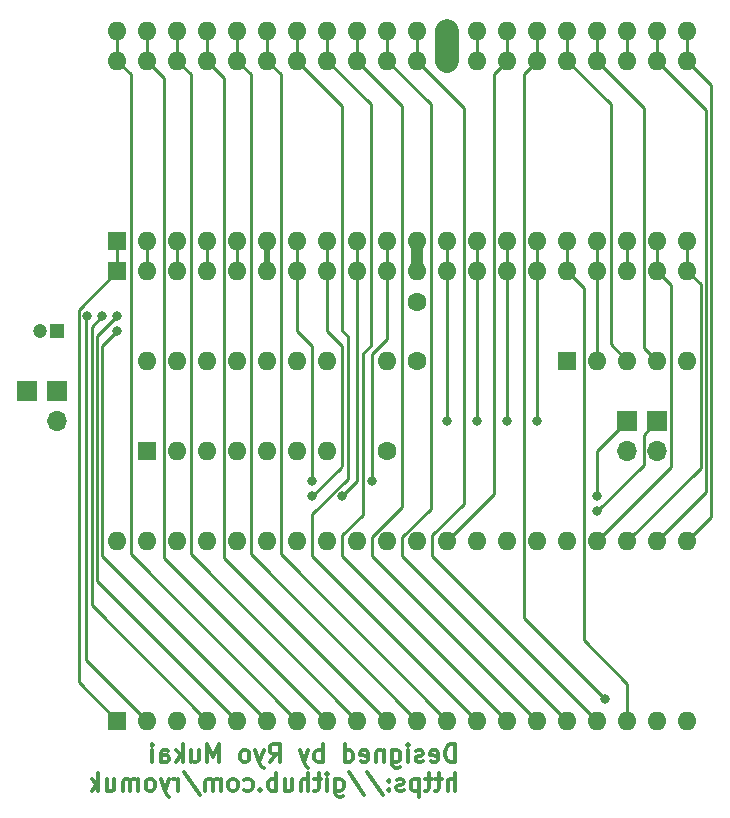
<source format=gbr>
%TF.GenerationSoftware,KiCad,Pcbnew,7.0.2*%
%TF.CreationDate,2023-06-26T15:47:55+09:00*%
%TF.ProjectId,TangNanoZ80MEM,54616e67-4e61-46e6-9f5a-38304d454d2e,rev?*%
%TF.SameCoordinates,Original*%
%TF.FileFunction,Copper,L2,Bot*%
%TF.FilePolarity,Positive*%
%FSLAX46Y46*%
G04 Gerber Fmt 4.6, Leading zero omitted, Abs format (unit mm)*
G04 Created by KiCad (PCBNEW 7.0.2) date 2023-06-26 15:47:55*
%MOMM*%
%LPD*%
G01*
G04 APERTURE LIST*
%ADD10C,0.300000*%
%TA.AperFunction,NonConductor*%
%ADD11C,0.300000*%
%TD*%
%TA.AperFunction,ComponentPad*%
%ADD12R,1.600000X1.600000*%
%TD*%
%TA.AperFunction,ComponentPad*%
%ADD13O,1.600000X1.600000*%
%TD*%
%TA.AperFunction,ComponentPad*%
%ADD14R,1.700000X1.700000*%
%TD*%
%TA.AperFunction,ComponentPad*%
%ADD15O,1.700000X1.700000*%
%TD*%
%TA.AperFunction,ComponentPad*%
%ADD16R,1.200000X1.200000*%
%TD*%
%TA.AperFunction,ComponentPad*%
%ADD17C,1.200000*%
%TD*%
%TA.AperFunction,ComponentPad*%
%ADD18C,1.600000*%
%TD*%
%TA.AperFunction,ViaPad*%
%ADD19C,0.800000*%
%TD*%
%TA.AperFunction,Conductor*%
%ADD20C,0.250000*%
%TD*%
%TA.AperFunction,Conductor*%
%ADD21C,2.000000*%
%TD*%
%TA.AperFunction,Conductor*%
%ADD22C,0.500000*%
%TD*%
%TA.AperFunction,Conductor*%
%ADD23C,1.000000*%
%TD*%
G04 APERTURE END LIST*
D10*
D11*
X41298857Y-69522428D02*
X41298857Y-68022428D01*
X41298857Y-68022428D02*
X40941714Y-68022428D01*
X40941714Y-68022428D02*
X40727428Y-68093857D01*
X40727428Y-68093857D02*
X40584571Y-68236714D01*
X40584571Y-68236714D02*
X40513142Y-68379571D01*
X40513142Y-68379571D02*
X40441714Y-68665285D01*
X40441714Y-68665285D02*
X40441714Y-68879571D01*
X40441714Y-68879571D02*
X40513142Y-69165285D01*
X40513142Y-69165285D02*
X40584571Y-69308142D01*
X40584571Y-69308142D02*
X40727428Y-69451000D01*
X40727428Y-69451000D02*
X40941714Y-69522428D01*
X40941714Y-69522428D02*
X41298857Y-69522428D01*
X39227428Y-69451000D02*
X39370285Y-69522428D01*
X39370285Y-69522428D02*
X39656000Y-69522428D01*
X39656000Y-69522428D02*
X39798857Y-69451000D01*
X39798857Y-69451000D02*
X39870285Y-69308142D01*
X39870285Y-69308142D02*
X39870285Y-68736714D01*
X39870285Y-68736714D02*
X39798857Y-68593857D01*
X39798857Y-68593857D02*
X39656000Y-68522428D01*
X39656000Y-68522428D02*
X39370285Y-68522428D01*
X39370285Y-68522428D02*
X39227428Y-68593857D01*
X39227428Y-68593857D02*
X39156000Y-68736714D01*
X39156000Y-68736714D02*
X39156000Y-68879571D01*
X39156000Y-68879571D02*
X39870285Y-69022428D01*
X38584571Y-69451000D02*
X38441714Y-69522428D01*
X38441714Y-69522428D02*
X38156000Y-69522428D01*
X38156000Y-69522428D02*
X38013143Y-69451000D01*
X38013143Y-69451000D02*
X37941714Y-69308142D01*
X37941714Y-69308142D02*
X37941714Y-69236714D01*
X37941714Y-69236714D02*
X38013143Y-69093857D01*
X38013143Y-69093857D02*
X38156000Y-69022428D01*
X38156000Y-69022428D02*
X38370286Y-69022428D01*
X38370286Y-69022428D02*
X38513143Y-68951000D01*
X38513143Y-68951000D02*
X38584571Y-68808142D01*
X38584571Y-68808142D02*
X38584571Y-68736714D01*
X38584571Y-68736714D02*
X38513143Y-68593857D01*
X38513143Y-68593857D02*
X38370286Y-68522428D01*
X38370286Y-68522428D02*
X38156000Y-68522428D01*
X38156000Y-68522428D02*
X38013143Y-68593857D01*
X37298857Y-69522428D02*
X37298857Y-68522428D01*
X37298857Y-68022428D02*
X37370285Y-68093857D01*
X37370285Y-68093857D02*
X37298857Y-68165285D01*
X37298857Y-68165285D02*
X37227428Y-68093857D01*
X37227428Y-68093857D02*
X37298857Y-68022428D01*
X37298857Y-68022428D02*
X37298857Y-68165285D01*
X35941714Y-68522428D02*
X35941714Y-69736714D01*
X35941714Y-69736714D02*
X36013142Y-69879571D01*
X36013142Y-69879571D02*
X36084571Y-69951000D01*
X36084571Y-69951000D02*
X36227428Y-70022428D01*
X36227428Y-70022428D02*
X36441714Y-70022428D01*
X36441714Y-70022428D02*
X36584571Y-69951000D01*
X35941714Y-69451000D02*
X36084571Y-69522428D01*
X36084571Y-69522428D02*
X36370285Y-69522428D01*
X36370285Y-69522428D02*
X36513142Y-69451000D01*
X36513142Y-69451000D02*
X36584571Y-69379571D01*
X36584571Y-69379571D02*
X36655999Y-69236714D01*
X36655999Y-69236714D02*
X36655999Y-68808142D01*
X36655999Y-68808142D02*
X36584571Y-68665285D01*
X36584571Y-68665285D02*
X36513142Y-68593857D01*
X36513142Y-68593857D02*
X36370285Y-68522428D01*
X36370285Y-68522428D02*
X36084571Y-68522428D01*
X36084571Y-68522428D02*
X35941714Y-68593857D01*
X35227428Y-68522428D02*
X35227428Y-69522428D01*
X35227428Y-68665285D02*
X35155999Y-68593857D01*
X35155999Y-68593857D02*
X35013142Y-68522428D01*
X35013142Y-68522428D02*
X34798856Y-68522428D01*
X34798856Y-68522428D02*
X34655999Y-68593857D01*
X34655999Y-68593857D02*
X34584571Y-68736714D01*
X34584571Y-68736714D02*
X34584571Y-69522428D01*
X33298856Y-69451000D02*
X33441713Y-69522428D01*
X33441713Y-69522428D02*
X33727428Y-69522428D01*
X33727428Y-69522428D02*
X33870285Y-69451000D01*
X33870285Y-69451000D02*
X33941713Y-69308142D01*
X33941713Y-69308142D02*
X33941713Y-68736714D01*
X33941713Y-68736714D02*
X33870285Y-68593857D01*
X33870285Y-68593857D02*
X33727428Y-68522428D01*
X33727428Y-68522428D02*
X33441713Y-68522428D01*
X33441713Y-68522428D02*
X33298856Y-68593857D01*
X33298856Y-68593857D02*
X33227428Y-68736714D01*
X33227428Y-68736714D02*
X33227428Y-68879571D01*
X33227428Y-68879571D02*
X33941713Y-69022428D01*
X31941714Y-69522428D02*
X31941714Y-68022428D01*
X31941714Y-69451000D02*
X32084571Y-69522428D01*
X32084571Y-69522428D02*
X32370285Y-69522428D01*
X32370285Y-69522428D02*
X32513142Y-69451000D01*
X32513142Y-69451000D02*
X32584571Y-69379571D01*
X32584571Y-69379571D02*
X32655999Y-69236714D01*
X32655999Y-69236714D02*
X32655999Y-68808142D01*
X32655999Y-68808142D02*
X32584571Y-68665285D01*
X32584571Y-68665285D02*
X32513142Y-68593857D01*
X32513142Y-68593857D02*
X32370285Y-68522428D01*
X32370285Y-68522428D02*
X32084571Y-68522428D01*
X32084571Y-68522428D02*
X31941714Y-68593857D01*
X30084571Y-69522428D02*
X30084571Y-68022428D01*
X30084571Y-68593857D02*
X29941714Y-68522428D01*
X29941714Y-68522428D02*
X29655999Y-68522428D01*
X29655999Y-68522428D02*
X29513142Y-68593857D01*
X29513142Y-68593857D02*
X29441714Y-68665285D01*
X29441714Y-68665285D02*
X29370285Y-68808142D01*
X29370285Y-68808142D02*
X29370285Y-69236714D01*
X29370285Y-69236714D02*
X29441714Y-69379571D01*
X29441714Y-69379571D02*
X29513142Y-69451000D01*
X29513142Y-69451000D02*
X29655999Y-69522428D01*
X29655999Y-69522428D02*
X29941714Y-69522428D01*
X29941714Y-69522428D02*
X30084571Y-69451000D01*
X28870285Y-68522428D02*
X28513142Y-69522428D01*
X28155999Y-68522428D02*
X28513142Y-69522428D01*
X28513142Y-69522428D02*
X28655999Y-69879571D01*
X28655999Y-69879571D02*
X28727428Y-69951000D01*
X28727428Y-69951000D02*
X28870285Y-70022428D01*
X25584571Y-69522428D02*
X26084571Y-68808142D01*
X26441714Y-69522428D02*
X26441714Y-68022428D01*
X26441714Y-68022428D02*
X25870285Y-68022428D01*
X25870285Y-68022428D02*
X25727428Y-68093857D01*
X25727428Y-68093857D02*
X25655999Y-68165285D01*
X25655999Y-68165285D02*
X25584571Y-68308142D01*
X25584571Y-68308142D02*
X25584571Y-68522428D01*
X25584571Y-68522428D02*
X25655999Y-68665285D01*
X25655999Y-68665285D02*
X25727428Y-68736714D01*
X25727428Y-68736714D02*
X25870285Y-68808142D01*
X25870285Y-68808142D02*
X26441714Y-68808142D01*
X25084571Y-68522428D02*
X24727428Y-69522428D01*
X24370285Y-68522428D02*
X24727428Y-69522428D01*
X24727428Y-69522428D02*
X24870285Y-69879571D01*
X24870285Y-69879571D02*
X24941714Y-69951000D01*
X24941714Y-69951000D02*
X25084571Y-70022428D01*
X23584571Y-69522428D02*
X23727428Y-69451000D01*
X23727428Y-69451000D02*
X23798857Y-69379571D01*
X23798857Y-69379571D02*
X23870285Y-69236714D01*
X23870285Y-69236714D02*
X23870285Y-68808142D01*
X23870285Y-68808142D02*
X23798857Y-68665285D01*
X23798857Y-68665285D02*
X23727428Y-68593857D01*
X23727428Y-68593857D02*
X23584571Y-68522428D01*
X23584571Y-68522428D02*
X23370285Y-68522428D01*
X23370285Y-68522428D02*
X23227428Y-68593857D01*
X23227428Y-68593857D02*
X23156000Y-68665285D01*
X23156000Y-68665285D02*
X23084571Y-68808142D01*
X23084571Y-68808142D02*
X23084571Y-69236714D01*
X23084571Y-69236714D02*
X23156000Y-69379571D01*
X23156000Y-69379571D02*
X23227428Y-69451000D01*
X23227428Y-69451000D02*
X23370285Y-69522428D01*
X23370285Y-69522428D02*
X23584571Y-69522428D01*
X21298857Y-69522428D02*
X21298857Y-68022428D01*
X21298857Y-68022428D02*
X20798857Y-69093857D01*
X20798857Y-69093857D02*
X20298857Y-68022428D01*
X20298857Y-68022428D02*
X20298857Y-69522428D01*
X18941714Y-68522428D02*
X18941714Y-69522428D01*
X19584571Y-68522428D02*
X19584571Y-69308142D01*
X19584571Y-69308142D02*
X19513142Y-69451000D01*
X19513142Y-69451000D02*
X19370285Y-69522428D01*
X19370285Y-69522428D02*
X19155999Y-69522428D01*
X19155999Y-69522428D02*
X19013142Y-69451000D01*
X19013142Y-69451000D02*
X18941714Y-69379571D01*
X18227428Y-69522428D02*
X18227428Y-68022428D01*
X18084571Y-68951000D02*
X17655999Y-69522428D01*
X17655999Y-68522428D02*
X18227428Y-69093857D01*
X16370285Y-69522428D02*
X16370285Y-68736714D01*
X16370285Y-68736714D02*
X16441713Y-68593857D01*
X16441713Y-68593857D02*
X16584570Y-68522428D01*
X16584570Y-68522428D02*
X16870285Y-68522428D01*
X16870285Y-68522428D02*
X17013142Y-68593857D01*
X16370285Y-69451000D02*
X16513142Y-69522428D01*
X16513142Y-69522428D02*
X16870285Y-69522428D01*
X16870285Y-69522428D02*
X17013142Y-69451000D01*
X17013142Y-69451000D02*
X17084570Y-69308142D01*
X17084570Y-69308142D02*
X17084570Y-69165285D01*
X17084570Y-69165285D02*
X17013142Y-69022428D01*
X17013142Y-69022428D02*
X16870285Y-68951000D01*
X16870285Y-68951000D02*
X16513142Y-68951000D01*
X16513142Y-68951000D02*
X16370285Y-68879571D01*
X15655999Y-69522428D02*
X15655999Y-68522428D01*
X15655999Y-68022428D02*
X15727427Y-68093857D01*
X15727427Y-68093857D02*
X15655999Y-68165285D01*
X15655999Y-68165285D02*
X15584570Y-68093857D01*
X15584570Y-68093857D02*
X15655999Y-68022428D01*
X15655999Y-68022428D02*
X15655999Y-68165285D01*
X41298857Y-71952428D02*
X41298857Y-70452428D01*
X40656000Y-71952428D02*
X40656000Y-71166714D01*
X40656000Y-71166714D02*
X40727428Y-71023857D01*
X40727428Y-71023857D02*
X40870285Y-70952428D01*
X40870285Y-70952428D02*
X41084571Y-70952428D01*
X41084571Y-70952428D02*
X41227428Y-71023857D01*
X41227428Y-71023857D02*
X41298857Y-71095285D01*
X40155999Y-70952428D02*
X39584571Y-70952428D01*
X39941714Y-70452428D02*
X39941714Y-71738142D01*
X39941714Y-71738142D02*
X39870285Y-71881000D01*
X39870285Y-71881000D02*
X39727428Y-71952428D01*
X39727428Y-71952428D02*
X39584571Y-71952428D01*
X39298856Y-70952428D02*
X38727428Y-70952428D01*
X39084571Y-70452428D02*
X39084571Y-71738142D01*
X39084571Y-71738142D02*
X39013142Y-71881000D01*
X39013142Y-71881000D02*
X38870285Y-71952428D01*
X38870285Y-71952428D02*
X38727428Y-71952428D01*
X38227428Y-70952428D02*
X38227428Y-72452428D01*
X38227428Y-71023857D02*
X38084571Y-70952428D01*
X38084571Y-70952428D02*
X37798856Y-70952428D01*
X37798856Y-70952428D02*
X37655999Y-71023857D01*
X37655999Y-71023857D02*
X37584571Y-71095285D01*
X37584571Y-71095285D02*
X37513142Y-71238142D01*
X37513142Y-71238142D02*
X37513142Y-71666714D01*
X37513142Y-71666714D02*
X37584571Y-71809571D01*
X37584571Y-71809571D02*
X37655999Y-71881000D01*
X37655999Y-71881000D02*
X37798856Y-71952428D01*
X37798856Y-71952428D02*
X38084571Y-71952428D01*
X38084571Y-71952428D02*
X38227428Y-71881000D01*
X36941713Y-71881000D02*
X36798856Y-71952428D01*
X36798856Y-71952428D02*
X36513142Y-71952428D01*
X36513142Y-71952428D02*
X36370285Y-71881000D01*
X36370285Y-71881000D02*
X36298856Y-71738142D01*
X36298856Y-71738142D02*
X36298856Y-71666714D01*
X36298856Y-71666714D02*
X36370285Y-71523857D01*
X36370285Y-71523857D02*
X36513142Y-71452428D01*
X36513142Y-71452428D02*
X36727428Y-71452428D01*
X36727428Y-71452428D02*
X36870285Y-71381000D01*
X36870285Y-71381000D02*
X36941713Y-71238142D01*
X36941713Y-71238142D02*
X36941713Y-71166714D01*
X36941713Y-71166714D02*
X36870285Y-71023857D01*
X36870285Y-71023857D02*
X36727428Y-70952428D01*
X36727428Y-70952428D02*
X36513142Y-70952428D01*
X36513142Y-70952428D02*
X36370285Y-71023857D01*
X35655999Y-71809571D02*
X35584570Y-71881000D01*
X35584570Y-71881000D02*
X35655999Y-71952428D01*
X35655999Y-71952428D02*
X35727427Y-71881000D01*
X35727427Y-71881000D02*
X35655999Y-71809571D01*
X35655999Y-71809571D02*
X35655999Y-71952428D01*
X35655999Y-71023857D02*
X35584570Y-71095285D01*
X35584570Y-71095285D02*
X35655999Y-71166714D01*
X35655999Y-71166714D02*
X35727427Y-71095285D01*
X35727427Y-71095285D02*
X35655999Y-71023857D01*
X35655999Y-71023857D02*
X35655999Y-71166714D01*
X33870284Y-70381000D02*
X35155998Y-72309571D01*
X32298855Y-70381000D02*
X33584569Y-72309571D01*
X31155998Y-70952428D02*
X31155998Y-72166714D01*
X31155998Y-72166714D02*
X31227426Y-72309571D01*
X31227426Y-72309571D02*
X31298855Y-72381000D01*
X31298855Y-72381000D02*
X31441712Y-72452428D01*
X31441712Y-72452428D02*
X31655998Y-72452428D01*
X31655998Y-72452428D02*
X31798855Y-72381000D01*
X31155998Y-71881000D02*
X31298855Y-71952428D01*
X31298855Y-71952428D02*
X31584569Y-71952428D01*
X31584569Y-71952428D02*
X31727426Y-71881000D01*
X31727426Y-71881000D02*
X31798855Y-71809571D01*
X31798855Y-71809571D02*
X31870283Y-71666714D01*
X31870283Y-71666714D02*
X31870283Y-71238142D01*
X31870283Y-71238142D02*
X31798855Y-71095285D01*
X31798855Y-71095285D02*
X31727426Y-71023857D01*
X31727426Y-71023857D02*
X31584569Y-70952428D01*
X31584569Y-70952428D02*
X31298855Y-70952428D01*
X31298855Y-70952428D02*
X31155998Y-71023857D01*
X30441712Y-71952428D02*
X30441712Y-70952428D01*
X30441712Y-70452428D02*
X30513140Y-70523857D01*
X30513140Y-70523857D02*
X30441712Y-70595285D01*
X30441712Y-70595285D02*
X30370283Y-70523857D01*
X30370283Y-70523857D02*
X30441712Y-70452428D01*
X30441712Y-70452428D02*
X30441712Y-70595285D01*
X29941711Y-70952428D02*
X29370283Y-70952428D01*
X29727426Y-70452428D02*
X29727426Y-71738142D01*
X29727426Y-71738142D02*
X29655997Y-71881000D01*
X29655997Y-71881000D02*
X29513140Y-71952428D01*
X29513140Y-71952428D02*
X29370283Y-71952428D01*
X28870283Y-71952428D02*
X28870283Y-70452428D01*
X28227426Y-71952428D02*
X28227426Y-71166714D01*
X28227426Y-71166714D02*
X28298854Y-71023857D01*
X28298854Y-71023857D02*
X28441711Y-70952428D01*
X28441711Y-70952428D02*
X28655997Y-70952428D01*
X28655997Y-70952428D02*
X28798854Y-71023857D01*
X28798854Y-71023857D02*
X28870283Y-71095285D01*
X26870283Y-70952428D02*
X26870283Y-71952428D01*
X27513140Y-70952428D02*
X27513140Y-71738142D01*
X27513140Y-71738142D02*
X27441711Y-71881000D01*
X27441711Y-71881000D02*
X27298854Y-71952428D01*
X27298854Y-71952428D02*
X27084568Y-71952428D01*
X27084568Y-71952428D02*
X26941711Y-71881000D01*
X26941711Y-71881000D02*
X26870283Y-71809571D01*
X26155997Y-71952428D02*
X26155997Y-70452428D01*
X26155997Y-71023857D02*
X26013140Y-70952428D01*
X26013140Y-70952428D02*
X25727425Y-70952428D01*
X25727425Y-70952428D02*
X25584568Y-71023857D01*
X25584568Y-71023857D02*
X25513140Y-71095285D01*
X25513140Y-71095285D02*
X25441711Y-71238142D01*
X25441711Y-71238142D02*
X25441711Y-71666714D01*
X25441711Y-71666714D02*
X25513140Y-71809571D01*
X25513140Y-71809571D02*
X25584568Y-71881000D01*
X25584568Y-71881000D02*
X25727425Y-71952428D01*
X25727425Y-71952428D02*
X26013140Y-71952428D01*
X26013140Y-71952428D02*
X26155997Y-71881000D01*
X24798854Y-71809571D02*
X24727425Y-71881000D01*
X24727425Y-71881000D02*
X24798854Y-71952428D01*
X24798854Y-71952428D02*
X24870282Y-71881000D01*
X24870282Y-71881000D02*
X24798854Y-71809571D01*
X24798854Y-71809571D02*
X24798854Y-71952428D01*
X23441711Y-71881000D02*
X23584568Y-71952428D01*
X23584568Y-71952428D02*
X23870282Y-71952428D01*
X23870282Y-71952428D02*
X24013139Y-71881000D01*
X24013139Y-71881000D02*
X24084568Y-71809571D01*
X24084568Y-71809571D02*
X24155996Y-71666714D01*
X24155996Y-71666714D02*
X24155996Y-71238142D01*
X24155996Y-71238142D02*
X24084568Y-71095285D01*
X24084568Y-71095285D02*
X24013139Y-71023857D01*
X24013139Y-71023857D02*
X23870282Y-70952428D01*
X23870282Y-70952428D02*
X23584568Y-70952428D01*
X23584568Y-70952428D02*
X23441711Y-71023857D01*
X22584568Y-71952428D02*
X22727425Y-71881000D01*
X22727425Y-71881000D02*
X22798854Y-71809571D01*
X22798854Y-71809571D02*
X22870282Y-71666714D01*
X22870282Y-71666714D02*
X22870282Y-71238142D01*
X22870282Y-71238142D02*
X22798854Y-71095285D01*
X22798854Y-71095285D02*
X22727425Y-71023857D01*
X22727425Y-71023857D02*
X22584568Y-70952428D01*
X22584568Y-70952428D02*
X22370282Y-70952428D01*
X22370282Y-70952428D02*
X22227425Y-71023857D01*
X22227425Y-71023857D02*
X22155997Y-71095285D01*
X22155997Y-71095285D02*
X22084568Y-71238142D01*
X22084568Y-71238142D02*
X22084568Y-71666714D01*
X22084568Y-71666714D02*
X22155997Y-71809571D01*
X22155997Y-71809571D02*
X22227425Y-71881000D01*
X22227425Y-71881000D02*
X22370282Y-71952428D01*
X22370282Y-71952428D02*
X22584568Y-71952428D01*
X21441711Y-71952428D02*
X21441711Y-70952428D01*
X21441711Y-71095285D02*
X21370282Y-71023857D01*
X21370282Y-71023857D02*
X21227425Y-70952428D01*
X21227425Y-70952428D02*
X21013139Y-70952428D01*
X21013139Y-70952428D02*
X20870282Y-71023857D01*
X20870282Y-71023857D02*
X20798854Y-71166714D01*
X20798854Y-71166714D02*
X20798854Y-71952428D01*
X20798854Y-71166714D02*
X20727425Y-71023857D01*
X20727425Y-71023857D02*
X20584568Y-70952428D01*
X20584568Y-70952428D02*
X20370282Y-70952428D01*
X20370282Y-70952428D02*
X20227425Y-71023857D01*
X20227425Y-71023857D02*
X20155996Y-71166714D01*
X20155996Y-71166714D02*
X20155996Y-71952428D01*
X18370282Y-70381000D02*
X19655996Y-72309571D01*
X17870282Y-71952428D02*
X17870282Y-70952428D01*
X17870282Y-71238142D02*
X17798853Y-71095285D01*
X17798853Y-71095285D02*
X17727425Y-71023857D01*
X17727425Y-71023857D02*
X17584567Y-70952428D01*
X17584567Y-70952428D02*
X17441710Y-70952428D01*
X17084568Y-70952428D02*
X16727425Y-71952428D01*
X16370282Y-70952428D02*
X16727425Y-71952428D01*
X16727425Y-71952428D02*
X16870282Y-72309571D01*
X16870282Y-72309571D02*
X16941711Y-72381000D01*
X16941711Y-72381000D02*
X17084568Y-72452428D01*
X15584568Y-71952428D02*
X15727425Y-71881000D01*
X15727425Y-71881000D02*
X15798854Y-71809571D01*
X15798854Y-71809571D02*
X15870282Y-71666714D01*
X15870282Y-71666714D02*
X15870282Y-71238142D01*
X15870282Y-71238142D02*
X15798854Y-71095285D01*
X15798854Y-71095285D02*
X15727425Y-71023857D01*
X15727425Y-71023857D02*
X15584568Y-70952428D01*
X15584568Y-70952428D02*
X15370282Y-70952428D01*
X15370282Y-70952428D02*
X15227425Y-71023857D01*
X15227425Y-71023857D02*
X15155997Y-71095285D01*
X15155997Y-71095285D02*
X15084568Y-71238142D01*
X15084568Y-71238142D02*
X15084568Y-71666714D01*
X15084568Y-71666714D02*
X15155997Y-71809571D01*
X15155997Y-71809571D02*
X15227425Y-71881000D01*
X15227425Y-71881000D02*
X15370282Y-71952428D01*
X15370282Y-71952428D02*
X15584568Y-71952428D01*
X14441711Y-71952428D02*
X14441711Y-70952428D01*
X14441711Y-71095285D02*
X14370282Y-71023857D01*
X14370282Y-71023857D02*
X14227425Y-70952428D01*
X14227425Y-70952428D02*
X14013139Y-70952428D01*
X14013139Y-70952428D02*
X13870282Y-71023857D01*
X13870282Y-71023857D02*
X13798854Y-71166714D01*
X13798854Y-71166714D02*
X13798854Y-71952428D01*
X13798854Y-71166714D02*
X13727425Y-71023857D01*
X13727425Y-71023857D02*
X13584568Y-70952428D01*
X13584568Y-70952428D02*
X13370282Y-70952428D01*
X13370282Y-70952428D02*
X13227425Y-71023857D01*
X13227425Y-71023857D02*
X13155996Y-71166714D01*
X13155996Y-71166714D02*
X13155996Y-71952428D01*
X11798854Y-70952428D02*
X11798854Y-71952428D01*
X12441711Y-70952428D02*
X12441711Y-71738142D01*
X12441711Y-71738142D02*
X12370282Y-71881000D01*
X12370282Y-71881000D02*
X12227425Y-71952428D01*
X12227425Y-71952428D02*
X12013139Y-71952428D01*
X12013139Y-71952428D02*
X11870282Y-71881000D01*
X11870282Y-71881000D02*
X11798854Y-71809571D01*
X11084568Y-71952428D02*
X11084568Y-70452428D01*
X10941711Y-71381000D02*
X10513139Y-71952428D01*
X10513139Y-70952428D02*
X11084568Y-71523857D01*
D12*
%TO.P,J2,1,Pin_1*%
%TO.N,A11*%
X12700000Y-66040000D03*
D13*
%TO.P,J2,2,Pin_2*%
%TO.N,A12*%
X15240000Y-66040000D03*
%TO.P,J2,3,Pin_3*%
%TO.N,RESET_n*%
X17780000Y-66040000D03*
%TO.P,J2,4,Pin_4*%
%TO.N,A13*%
X20320000Y-66040000D03*
%TO.P,J2,5,Pin_5*%
%TO.N,A14*%
X22860000Y-66040000D03*
%TO.P,J2,6,Pin_6*%
%TO.N,A15*%
X25400000Y-66040000D03*
%TO.P,J2,7,Pin_7*%
%TO.N,A10*%
X27940000Y-66040000D03*
%TO.P,J2,8,Pin_8*%
%TO.N,A9*%
X30480000Y-66040000D03*
%TO.P,J2,9,Pin_9*%
%TO.N,A8*%
X33020000Y-66040000D03*
%TO.P,J2,10,Pin_10*%
%TO.N,A7*%
X35560000Y-66040000D03*
%TO.P,J2,11,Pin_11*%
%TO.N,A6*%
X38100000Y-66040000D03*
%TO.P,J2,12,Pin_12*%
%TO.N,A5*%
X40640000Y-66040000D03*
%TO.P,J2,13,Pin_13*%
%TO.N,A4*%
X43180000Y-66040000D03*
%TO.P,J2,14,Pin_14*%
%TO.N,A3*%
X45720000Y-66040000D03*
%TO.P,J2,15,Pin_15*%
%TO.N,A2*%
X48260000Y-66040000D03*
%TO.P,J2,16,Pin_16*%
%TO.N,A1*%
X50800000Y-66040000D03*
%TO.P,J2,17,Pin_17*%
%TO.N,A0*%
X53340000Y-66040000D03*
%TO.P,J2,18,Pin_18*%
%TO.N,INT_n*%
X55880000Y-66040000D03*
%TO.P,J2,19,Pin_19*%
%TO.N,unconnected-(J2-Pin_19-Pad19)*%
X58420000Y-66040000D03*
%TO.P,J2,20,Pin_20*%
%TO.N,GND*%
X60960000Y-66040000D03*
%TO.P,J2,21,Pin_21*%
%TO.N,RD_n*%
X60960000Y-50800000D03*
%TO.P,J2,22,Pin_22*%
%TO.N,WR_n*%
X58420000Y-50800000D03*
%TO.P,J2,23,Pin_23*%
%TO.N,IORQ_n*%
X55880000Y-50800000D03*
%TO.P,J2,24,Pin_24*%
%TO.N,MREQ_n*%
X53340000Y-50800000D03*
%TO.P,J2,25,Pin_25*%
%TO.N,unconnected-(J2-Pin_25-Pad25)*%
X50800000Y-50800000D03*
%TO.P,J2,26,Pin_26*%
%TO.N,GND*%
X48260000Y-50800000D03*
%TO.P,J2,27,Pin_27*%
%TO.N,LED_RGB*%
X45720000Y-50800000D03*
%TO.P,J2,28,Pin_28*%
%TO.N,DBG_TRG*%
X43180000Y-50800000D03*
%TO.P,J2,29,Pin_29*%
%TO.N,M1_n*%
X40640000Y-50800000D03*
%TO.P,J2,30,Pin_30*%
%TO.N,D1*%
X38100000Y-50800000D03*
%TO.P,J2,31,Pin_31*%
%TO.N,D0*%
X35560000Y-50800000D03*
%TO.P,J2,32,Pin_32*%
%TO.N,D7*%
X33020000Y-50800000D03*
%TO.P,J2,33,Pin_33*%
%TO.N,D2*%
X30480000Y-50800000D03*
%TO.P,J2,34,Pin_34*%
%TO.N,D6*%
X27940000Y-50800000D03*
%TO.P,J2,35,Pin_35*%
%TO.N,D5*%
X25400000Y-50800000D03*
%TO.P,J2,36,Pin_36*%
%TO.N,D3*%
X22860000Y-50800000D03*
%TO.P,J2,37,Pin_37*%
%TO.N,D4*%
X20320000Y-50800000D03*
%TO.P,J2,38,Pin_38*%
%TO.N,CLK_3V*%
X17780000Y-50800000D03*
%TO.P,J2,39,Pin_39*%
%TO.N,GND*%
X15240000Y-50800000D03*
%TO.P,J2,40,Pin_40*%
%TO.N,5V_USB*%
X12700000Y-50800000D03*
%TD*%
D14*
%TO.P,J5,1,Pin_1*%
%TO.N,DBG_TRG*%
X55880000Y-40640000D03*
D15*
%TO.P,J5,2,Pin_2*%
%TO.N,GND*%
X55880000Y-43180000D03*
%TD*%
D14*
%TO.P,J6,1,Pin_1*%
%TO.N,LED_RGB*%
X58420000Y-40640000D03*
D15*
%TO.P,J6,2,Pin_2*%
%TO.N,GND*%
X58420000Y-43180000D03*
%TD*%
D14*
%TO.P,J3,1,Pin_1*%
%TO.N,VCC*%
X7620000Y-38100000D03*
D15*
%TO.P,J3,2,Pin_2*%
%TO.N,5V_USB*%
X7620000Y-40640000D03*
%TD*%
D12*
%TO.P,RN1,1,common*%
%TO.N,VCC*%
X50800000Y-35560000D03*
D13*
%TO.P,RN1,2,R1*%
%TO.N,NMI_n*%
X53340000Y-35560000D03*
%TO.P,RN1,3,R2*%
%TO.N,BUSREQ_n*%
X55880000Y-35560000D03*
%TO.P,RN1,4,R3*%
%TO.N,WAIT_n*%
X58420000Y-35560000D03*
%TO.P,RN1,5,R4*%
%TO.N,unconnected-(RN1-R4-Pad5)*%
X60960000Y-35560000D03*
%TD*%
D12*
%TO.P,U2,1*%
%TO.N,CLK_3V*%
X15240000Y-43180000D03*
D13*
%TO.P,U2,2*%
%TO.N,Net-(U2-Pad2)*%
X17780000Y-43180000D03*
%TO.P,U2,3*%
X20320000Y-43180000D03*
%TO.P,U2,4*%
%TO.N,Net-(R1-Pad1)*%
X22860000Y-43180000D03*
%TO.P,U2,5*%
%TO.N,GND*%
X25400000Y-43180000D03*
%TO.P,U2,6*%
%TO.N,unconnected-(U2-Pad6)*%
X27940000Y-43180000D03*
%TO.P,U2,7,GND*%
%TO.N,GND*%
X30480000Y-43180000D03*
%TO.P,U2,8*%
%TO.N,unconnected-(U2-Pad8)*%
X30480000Y-35560000D03*
%TO.P,U2,9*%
%TO.N,VCC*%
X27940000Y-35560000D03*
%TO.P,U2,10*%
%TO.N,unconnected-(U2-Pad10)*%
X25400000Y-35560000D03*
%TO.P,U2,11*%
%TO.N,VCC*%
X22860000Y-35560000D03*
%TO.P,U2,12*%
%TO.N,unconnected-(U2-Pad12)*%
X20320000Y-35560000D03*
%TO.P,U2,13*%
%TO.N,VCC*%
X17780000Y-35560000D03*
%TO.P,U2,14,VCC*%
X15240000Y-35560000D03*
%TD*%
D16*
%TO.P,C2,1*%
%TO.N,VCC*%
X7620000Y-33020000D03*
D17*
%TO.P,C2,2*%
%TO.N,GND*%
X6120000Y-33020000D03*
%TD*%
D18*
%TO.P,R1,1*%
%TO.N,Net-(R1-Pad1)*%
X35560000Y-43180000D03*
D13*
%TO.P,R1,2*%
%TO.N,CLK*%
X35560000Y-35560000D03*
%TD*%
D12*
%TO.P,J1,1,Pin_1*%
%TO.N,A11*%
X12700000Y-27940000D03*
D13*
%TO.P,J1,2,Pin_2*%
%TO.N,A12*%
X15240000Y-27940000D03*
%TO.P,J1,3,Pin_3*%
%TO.N,A13*%
X17780000Y-27940000D03*
%TO.P,J1,4,Pin_4*%
%TO.N,A14*%
X20320000Y-27940000D03*
%TO.P,J1,5,Pin_5*%
%TO.N,A15*%
X22860000Y-27940000D03*
%TO.P,J1,6,Pin_6*%
%TO.N,CLK*%
X25400000Y-27940000D03*
%TO.P,J1,7,Pin_7*%
%TO.N,D4*%
X27940000Y-27940000D03*
%TO.P,J1,8,Pin_8*%
%TO.N,D3*%
X30480000Y-27940000D03*
%TO.P,J1,9,Pin_9*%
%TO.N,D5*%
X33020000Y-27940000D03*
%TO.P,J1,10,Pin_10*%
%TO.N,D6*%
X35560000Y-27940000D03*
%TO.P,J1,11,Pin_11*%
%TO.N,VCC*%
X38100000Y-27940000D03*
%TO.P,J1,12,Pin_12*%
%TO.N,D2*%
X40640000Y-27940000D03*
%TO.P,J1,13,Pin_13*%
%TO.N,D7*%
X43180000Y-27940000D03*
%TO.P,J1,14,Pin_14*%
%TO.N,D0*%
X45720000Y-27940000D03*
%TO.P,J1,15,Pin_15*%
%TO.N,D1*%
X48260000Y-27940000D03*
%TO.P,J1,16,Pin_16*%
%TO.N,INT_n*%
X50800000Y-27940000D03*
%TO.P,J1,17,Pin_17*%
%TO.N,NMI_n*%
X53340000Y-27940000D03*
%TO.P,J1,18,Pin_18*%
%TO.N,HALT_n*%
X55880000Y-27940000D03*
%TO.P,J1,19,Pin_19*%
%TO.N,MREQ_n*%
X58420000Y-27940000D03*
%TO.P,J1,20,Pin_20*%
%TO.N,IORQ_n*%
X60960000Y-27940000D03*
%TO.P,J1,21,Pin_21*%
%TO.N,RD_n*%
X60960000Y-7620000D03*
%TO.P,J1,22,Pin_22*%
%TO.N,WR_n*%
X58420000Y-7620000D03*
%TO.P,J1,23,Pin_23*%
%TO.N,BUSACK_n*%
X55880000Y-7620000D03*
%TO.P,J1,24,Pin_24*%
%TO.N,WAIT_n*%
X53340000Y-7620000D03*
%TO.P,J1,25,Pin_25*%
%TO.N,BUSREQ_n*%
X50800000Y-7620000D03*
%TO.P,J1,26,Pin_26*%
%TO.N,RESET_n*%
X48260000Y-7620000D03*
%TO.P,J1,27,Pin_27*%
%TO.N,M1_n*%
X45720000Y-7620000D03*
%TO.P,J1,28,Pin_28*%
%TO.N,RFSH_n*%
X43180000Y-7620000D03*
%TO.P,J1,29,Pin_29*%
%TO.N,GND*%
X40640000Y-7620000D03*
%TO.P,J1,30,Pin_30*%
%TO.N,A0*%
X38100000Y-7620000D03*
%TO.P,J1,31,Pin_31*%
%TO.N,A1*%
X35560000Y-7620000D03*
%TO.P,J1,32,Pin_32*%
%TO.N,A2*%
X33020000Y-7620000D03*
%TO.P,J1,33,Pin_33*%
%TO.N,A3*%
X30480000Y-7620000D03*
%TO.P,J1,34,Pin_34*%
%TO.N,A4*%
X27940000Y-7620000D03*
%TO.P,J1,35,Pin_35*%
%TO.N,A5*%
X25400000Y-7620000D03*
%TO.P,J1,36,Pin_36*%
%TO.N,A6*%
X22860000Y-7620000D03*
%TO.P,J1,37,Pin_37*%
%TO.N,A7*%
X20320000Y-7620000D03*
%TO.P,J1,38,Pin_38*%
%TO.N,A8*%
X17780000Y-7620000D03*
%TO.P,J1,39,Pin_39*%
%TO.N,A9*%
X15240000Y-7620000D03*
%TO.P,J1,40,Pin_40*%
%TO.N,A10*%
X12700000Y-7620000D03*
%TD*%
D14*
%TO.P,J4,1,Pin_1*%
%TO.N,GND*%
X5080000Y-38100000D03*
%TD*%
D18*
%TO.P,C1,1*%
%TO.N,VCC*%
X38100000Y-30560000D03*
%TO.P,C1,2*%
%TO.N,GND*%
X38100000Y-35560000D03*
%TD*%
D12*
%TO.P,U1,1,A11*%
%TO.N,A11*%
X12700000Y-25400000D03*
D13*
%TO.P,U1,2,A12*%
%TO.N,A12*%
X15240000Y-25400000D03*
%TO.P,U1,3,A13*%
%TO.N,A13*%
X17780000Y-25400000D03*
%TO.P,U1,4,A14*%
%TO.N,A14*%
X20320000Y-25400000D03*
%TO.P,U1,5,A15*%
%TO.N,A15*%
X22860000Y-25400000D03*
%TO.P,U1,6,~{CLK}*%
%TO.N,CLK*%
X25400000Y-25400000D03*
%TO.P,U1,7,D4*%
%TO.N,D4*%
X27940000Y-25400000D03*
%TO.P,U1,8,D3*%
%TO.N,D3*%
X30480000Y-25400000D03*
%TO.P,U1,9,D5*%
%TO.N,D5*%
X33020000Y-25400000D03*
%TO.P,U1,10,D6*%
%TO.N,D6*%
X35560000Y-25400000D03*
%TO.P,U1,11,VCC*%
%TO.N,VCC*%
X38100000Y-25400000D03*
%TO.P,U1,12,D2*%
%TO.N,D2*%
X40640000Y-25400000D03*
%TO.P,U1,13,D7*%
%TO.N,D7*%
X43180000Y-25400000D03*
%TO.P,U1,14,D0*%
%TO.N,D0*%
X45720000Y-25400000D03*
%TO.P,U1,15,D1*%
%TO.N,D1*%
X48260000Y-25400000D03*
%TO.P,U1,16,~{INT}*%
%TO.N,INT_n*%
X50800000Y-25400000D03*
%TO.P,U1,17,~{NMI}*%
%TO.N,NMI_n*%
X53340000Y-25400000D03*
%TO.P,U1,18,~{HALT}*%
%TO.N,HALT_n*%
X55880000Y-25400000D03*
%TO.P,U1,19,~{MREQ}*%
%TO.N,MREQ_n*%
X58420000Y-25400000D03*
%TO.P,U1,20,~{IORQ}*%
%TO.N,IORQ_n*%
X60960000Y-25400000D03*
%TO.P,U1,21,~{RD}*%
%TO.N,RD_n*%
X60960000Y-10160000D03*
%TO.P,U1,22,~{WR}*%
%TO.N,WR_n*%
X58420000Y-10160000D03*
%TO.P,U1,23,~{BUSACK}*%
%TO.N,BUSACK_n*%
X55880000Y-10160000D03*
%TO.P,U1,24,~{WAIT}*%
%TO.N,WAIT_n*%
X53340000Y-10160000D03*
%TO.P,U1,25,~{BUSRQ}*%
%TO.N,BUSREQ_n*%
X50800000Y-10160000D03*
%TO.P,U1,26,~{RESET}*%
%TO.N,RESET_n*%
X48260000Y-10160000D03*
%TO.P,U1,27,~{M1}*%
%TO.N,M1_n*%
X45720000Y-10160000D03*
%TO.P,U1,28,~{RFSH}*%
%TO.N,RFSH_n*%
X43180000Y-10160000D03*
%TO.P,U1,29,GND*%
%TO.N,GND*%
X40640000Y-10160000D03*
%TO.P,U1,30,A0*%
%TO.N,A0*%
X38100000Y-10160000D03*
%TO.P,U1,31,A1*%
%TO.N,A1*%
X35560000Y-10160000D03*
%TO.P,U1,32,A2*%
%TO.N,A2*%
X33020000Y-10160000D03*
%TO.P,U1,33,A3*%
%TO.N,A3*%
X30480000Y-10160000D03*
%TO.P,U1,34,A4*%
%TO.N,A4*%
X27940000Y-10160000D03*
%TO.P,U1,35,A5*%
%TO.N,A5*%
X25400000Y-10160000D03*
%TO.P,U1,36,A6*%
%TO.N,A6*%
X22860000Y-10160000D03*
%TO.P,U1,37,A7*%
%TO.N,A7*%
X20320000Y-10160000D03*
%TO.P,U1,38,A8*%
%TO.N,A8*%
X17780000Y-10160000D03*
%TO.P,U1,39,A9*%
%TO.N,A9*%
X15240000Y-10160000D03*
%TO.P,U1,40,A10*%
%TO.N,A10*%
X12700000Y-10160000D03*
%TD*%
D19*
%TO.N,DBG_TRG*%
X53340000Y-46990000D03*
%TO.N,LED_RGB*%
X53340000Y-48260000D03*
%TO.N,RESET_n*%
X53975000Y-64135000D03*
%TO.N,D3*%
X29210000Y-46990000D03*
%TO.N,D4*%
X29210000Y-45720000D03*
%TO.N,D1*%
X48260000Y-40640000D03*
%TO.N,D0*%
X45720000Y-40640000D03*
%TO.N,D7*%
X43180000Y-40640000D03*
%TO.N,D2*%
X40640000Y-40640000D03*
%TO.N,D6*%
X34290000Y-45720000D03*
%TO.N,D5*%
X31750000Y-46990000D03*
%TO.N,A12*%
X10160000Y-31750000D03*
%TO.N,A13*%
X11430000Y-31750000D03*
%TO.N,A14*%
X12700000Y-31750000D03*
%TO.N,A15*%
X12700000Y-33020000D03*
%TD*%
D20*
%TO.N,DBG_TRG*%
X53340000Y-43180000D02*
X55880000Y-40640000D01*
X53340000Y-46990000D02*
X53340000Y-43180000D01*
%TO.N,LED_RGB*%
X57245000Y-41815000D02*
X58420000Y-40640000D01*
X53340000Y-48260000D02*
X57245000Y-44355000D01*
X57245000Y-44355000D02*
X57245000Y-41815000D01*
%TO.N,RD_n*%
X62985000Y-12185000D02*
X60960000Y-10160000D01*
X62985000Y-48775000D02*
X62985000Y-12185000D01*
X60960000Y-50800000D02*
X62985000Y-48775000D01*
%TO.N,WR_n*%
X62535000Y-14275000D02*
X58420000Y-10160000D01*
X62535000Y-46685000D02*
X62535000Y-14275000D01*
X58420000Y-50800000D02*
X62535000Y-46685000D01*
%TO.N,IORQ_n*%
X62085000Y-29065000D02*
X60960000Y-27940000D01*
X62085000Y-44595000D02*
X62085000Y-29065000D01*
X55880000Y-50800000D02*
X62085000Y-44595000D01*
%TO.N,MREQ_n*%
X59595000Y-44545000D02*
X59595000Y-29115000D01*
X53340000Y-50800000D02*
X59595000Y-44545000D01*
X59595000Y-29115000D02*
X58420000Y-27940000D01*
%TO.N,INT_n*%
X52215000Y-59200000D02*
X55880000Y-62865000D01*
X52215000Y-29355000D02*
X52215000Y-59200000D01*
X50800000Y-27940000D02*
X52215000Y-29355000D01*
X55880000Y-62865000D02*
X55880000Y-66040000D01*
%TO.N,WAIT_n*%
X57295000Y-14115000D02*
X53340000Y-10160000D01*
X57295000Y-34435000D02*
X57295000Y-14115000D01*
X58420000Y-35560000D02*
X57295000Y-34435000D01*
%TO.N,BUSREQ_n*%
X54465000Y-13825000D02*
X50800000Y-10160000D01*
X54465000Y-34145000D02*
X54465000Y-13825000D01*
X55880000Y-35560000D02*
X54465000Y-34145000D01*
%TO.N,NMI_n*%
X53340000Y-35560000D02*
X53340000Y-27940000D01*
%TO.N,RESET_n*%
X47135000Y-57295000D02*
X53975000Y-64135000D01*
X47135000Y-11285000D02*
X47135000Y-57295000D01*
X48260000Y-10160000D02*
X47135000Y-11285000D01*
%TO.N,M1_n*%
X44595000Y-46845000D02*
X40640000Y-50800000D01*
X44595000Y-11285000D02*
X44595000Y-46845000D01*
X45720000Y-10160000D02*
X44595000Y-11285000D01*
%TO.N,A0*%
X39370000Y-50334009D02*
X39370000Y-52070000D01*
X42055000Y-14115000D02*
X42055000Y-47649009D01*
X39370000Y-52070000D02*
X53340000Y-66040000D01*
X42055000Y-47649009D02*
X39370000Y-50334009D01*
X38100000Y-10160000D02*
X42055000Y-14115000D01*
%TO.N,A1*%
X39225000Y-48084009D02*
X36830000Y-50479009D01*
X36830000Y-50479009D02*
X36830000Y-52070000D01*
X39225000Y-13825000D02*
X39225000Y-48084009D01*
X35560000Y-10160000D02*
X39225000Y-13825000D01*
X36830000Y-52070000D02*
X50800000Y-66040000D01*
%TO.N,A2*%
X34290000Y-50479009D02*
X34290000Y-52070000D01*
X36830000Y-47939009D02*
X34290000Y-50479009D01*
X36830000Y-13970000D02*
X36830000Y-47939009D01*
X33020000Y-10160000D02*
X36830000Y-13970000D01*
X34290000Y-52070000D02*
X48260000Y-66040000D01*
%TO.N,A3*%
X33485991Y-48598018D02*
X31750000Y-50334009D01*
X34145000Y-34250000D02*
X33485991Y-34909009D01*
X33485991Y-34909009D02*
X33485991Y-48598018D01*
X34145000Y-13825000D02*
X34145000Y-34250000D01*
X31750000Y-52070000D02*
X45720000Y-66040000D01*
X31750000Y-50334009D02*
X31750000Y-52070000D01*
X30480000Y-10160000D02*
X34145000Y-13825000D01*
%TO.N,A4*%
X29210698Y-52070698D02*
X43180000Y-66040000D01*
X32200000Y-33470000D02*
X32200000Y-45514695D01*
X31750000Y-13970000D02*
X31750000Y-33020000D01*
X32200000Y-45514695D02*
X29210698Y-48503997D01*
X29210698Y-48503997D02*
X29210698Y-52070698D01*
X27940000Y-10160000D02*
X31750000Y-13970000D01*
X31750000Y-33020000D02*
X32200000Y-33470000D01*
%TO.N,D3*%
X31750000Y-34290000D02*
X31750000Y-44450000D01*
%TO.N,D4*%
X29210000Y-45720000D02*
X29210000Y-34290000D01*
%TO.N,A15*%
X11430000Y-34290000D02*
X11430000Y-52070000D01*
%TO.N,D3*%
X30480000Y-33020000D02*
X31750000Y-34290000D01*
X30480000Y-27940000D02*
X30480000Y-33020000D01*
%TO.N,D4*%
X27940000Y-33020000D02*
X29210000Y-34290000D01*
X27940000Y-27940000D02*
X27940000Y-33020000D01*
%TO.N,D3*%
X31605000Y-44595000D02*
X29210000Y-46990000D01*
%TO.N,D1*%
X48260000Y-40640000D02*
X48260000Y-27940000D01*
%TO.N,D0*%
X45720000Y-40640000D02*
X45720000Y-27940000D01*
%TO.N,D7*%
X43180000Y-40640000D02*
X43180000Y-27940000D01*
%TO.N,D2*%
X40640000Y-40640000D02*
X40640000Y-27940000D01*
%TO.N,D5*%
X33020000Y-45720000D02*
X33020000Y-27940000D01*
X31750000Y-46990000D02*
X33020000Y-45720000D01*
%TO.N,D6*%
X34290000Y-34925000D02*
X34290000Y-45720000D01*
X35560000Y-33655000D02*
X34290000Y-34925000D01*
X35560000Y-27940000D02*
X35560000Y-33655000D01*
%TO.N,A5*%
X26525000Y-11285000D02*
X25400000Y-10160000D01*
X26525000Y-51925000D02*
X26525000Y-11285000D01*
X40640000Y-66040000D02*
X26525000Y-51925000D01*
%TO.N,A6*%
X23985000Y-11285000D02*
X22860000Y-10160000D01*
X38100000Y-66040000D02*
X23985000Y-51925000D01*
X23985000Y-51925000D02*
X23985000Y-11285000D01*
%TO.N,A7*%
X21735000Y-11575000D02*
X20320000Y-10160000D01*
X21735000Y-52215000D02*
X21735000Y-11575000D01*
X35560000Y-66040000D02*
X21735000Y-52215000D01*
%TO.N,A8*%
X18905000Y-11285000D02*
X17780000Y-10160000D01*
X18905000Y-51925000D02*
X18905000Y-11285000D01*
X33020000Y-66040000D02*
X18905000Y-51925000D01*
%TO.N,A9*%
X16655000Y-11575000D02*
X15240000Y-10160000D01*
X16655000Y-52215000D02*
X16655000Y-11575000D01*
X30480000Y-66040000D02*
X16655000Y-52215000D01*
%TO.N,A10*%
X13825000Y-11285000D02*
X12700000Y-10160000D01*
X13825000Y-51925000D02*
X13825000Y-11285000D01*
X27940000Y-66040000D02*
X13825000Y-51925000D01*
%TO.N,A15*%
X11430000Y-34290000D02*
X12700000Y-33020000D01*
%TO.N,A11*%
X9435000Y-62775000D02*
X12700000Y-66040000D01*
X9435000Y-31205000D02*
X9435000Y-62775000D01*
X12700000Y-27940000D02*
X9435000Y-31205000D01*
%TO.N,A12*%
X10080000Y-31830000D02*
X10080000Y-60880000D01*
X10080000Y-60880000D02*
X15240000Y-66040000D01*
X10160000Y-31750000D02*
X10080000Y-31830000D01*
%TO.N,A13*%
X10530000Y-32650000D02*
X10530000Y-56250000D01*
X11430000Y-31750000D02*
X10530000Y-32650000D01*
X10530000Y-56250000D02*
X20320000Y-66040000D01*
%TO.N,A14*%
X10980000Y-54160000D02*
X22860000Y-66040000D01*
X10980000Y-33470000D02*
X10980000Y-54160000D01*
X12700000Y-31750000D02*
X10980000Y-33470000D01*
%TO.N,A15*%
X11430000Y-52070000D02*
X25400000Y-66040000D01*
%TO.N,A8*%
X17780000Y-10160000D02*
X17780000Y-7620000D01*
%TO.N,A9*%
X15240000Y-10160000D02*
X15240000Y-7620000D01*
%TO.N,RESET_n*%
X48260000Y-10160000D02*
X48260000Y-7620000D01*
%TO.N,INT_n*%
X50800000Y-25400000D02*
X50800000Y-27940000D01*
%TO.N,D4*%
X27940000Y-27940000D02*
X27940000Y-25400000D01*
%TO.N,A10*%
X12700000Y-10160000D02*
X12700000Y-7620000D01*
%TO.N,A11*%
X12700000Y-27940000D02*
X12700000Y-25400000D01*
%TO.N,D3*%
X30480000Y-27940000D02*
X30480000Y-25400000D01*
%TO.N,D5*%
X33020000Y-27940000D02*
X33020000Y-25400000D01*
%TO.N,D6*%
X35560000Y-27940000D02*
X35560000Y-25400000D01*
%TO.N,D2*%
X40640000Y-27940000D02*
X40640000Y-25400000D01*
%TO.N,D7*%
X43180000Y-27940000D02*
X43180000Y-25400000D01*
%TO.N,D0*%
X45720000Y-27940000D02*
X45720000Y-25400000D01*
%TO.N,D1*%
X48260000Y-27940000D02*
X48260000Y-25400000D01*
%TO.N,A12*%
X15240000Y-27940000D02*
X15240000Y-25400000D01*
%TO.N,A13*%
X17780000Y-27940000D02*
X17780000Y-25400000D01*
D21*
%TO.N,GND*%
X40640000Y-10160000D02*
X40640000Y-7620000D01*
D20*
%TO.N,A14*%
X20320000Y-27940000D02*
X20320000Y-25400000D01*
%TO.N,A15*%
X22860000Y-27940000D02*
X22860000Y-25400000D01*
D22*
%TO.N,CLK*%
X25400000Y-27940000D02*
X25400000Y-25400000D01*
D20*
%TO.N,M1_n*%
X45720000Y-10160000D02*
X45720000Y-7620000D01*
%TO.N,MREQ_n*%
X58420000Y-27940000D02*
X58420000Y-25400000D01*
%TO.N,IORQ_n*%
X60960000Y-27940000D02*
X60960000Y-25400000D01*
%TO.N,RD_n*%
X60960000Y-10160000D02*
X60960000Y-7620000D01*
%TO.N,WR_n*%
X58420000Y-10160000D02*
X58420000Y-7620000D01*
%TO.N,A7*%
X20320000Y-10160000D02*
X20320000Y-7620000D01*
%TO.N,A6*%
X22860000Y-10160000D02*
X22860000Y-7620000D01*
%TO.N,A5*%
X25400000Y-10160000D02*
X25400000Y-7620000D01*
%TO.N,A4*%
X27940000Y-10160000D02*
X27940000Y-7620000D01*
%TO.N,A3*%
X30480000Y-10160000D02*
X30480000Y-7620000D01*
%TO.N,A2*%
X33020000Y-10160000D02*
X33020000Y-7620000D01*
%TO.N,A1*%
X35560000Y-10160000D02*
X35560000Y-7620000D01*
%TO.N,A0*%
X38100000Y-10160000D02*
X38100000Y-7620000D01*
%TO.N,NMI_n*%
X53340000Y-27940000D02*
X53340000Y-25400000D01*
%TO.N,HALT_n*%
X55880000Y-27940000D02*
X55880000Y-25400000D01*
D23*
%TO.N,VCC*%
X38100000Y-27940000D02*
X38100000Y-25400000D01*
D20*
%TO.N,WAIT_n*%
X53340000Y-10160000D02*
X53340000Y-7620000D01*
%TO.N,RFSH_n*%
X43180000Y-10160000D02*
X43180000Y-7620000D01*
%TO.N,BUSACK_n*%
X55880000Y-10160000D02*
X55880000Y-7620000D01*
%TO.N,BUSREQ_n*%
X50800000Y-10160000D02*
X50800000Y-7620000D01*
%TD*%
M02*

</source>
